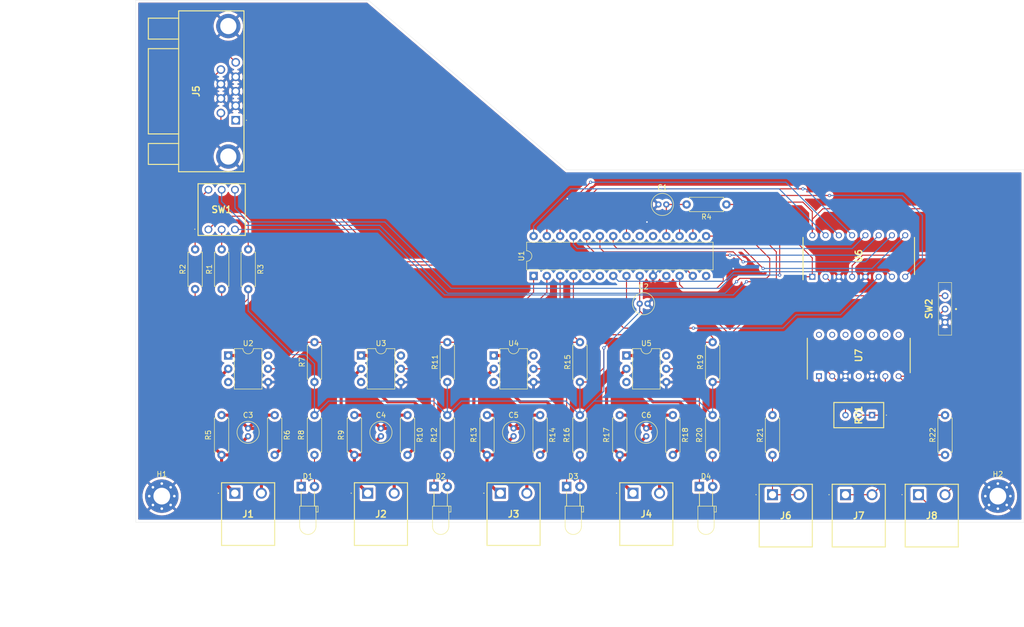
<source format=kicad_pcb>
(kicad_pcb (version 20221018) (generator pcbnew)
  (layers (0 "F.Cu" signal "Front") (31 "B.Cu" signal "Back") (34 "B.Paste" user) (35 "F.Paste" user) (36 "B.SilkS" user "B.Silkscreen") (37 "F.SilkS" user "F.Silkscreen") (38 "B.Mask" user) (39 "F.Mask" user) (44 "Edge.Cuts" user))
  (net 0 "")
  (net 1 "GNDREF")
  (net 2 "Net-(U1-~{RESET})")
  (net 3 "VCC")
  (net 4 "Net-(J1-Pin_2)")
  (net 5 "Net-(J2-Pin_2)")
  (net 6 "Net-(J3-Pin_2)")
  (net 7 "Net-(J4-Pin_2)")
  (net 8 "TOR_Input0")
  (net 9 "Net-(D1-A)")
  (net 10 "TOR_Input1")
  (net 11 "Net-(D2-A)")
  (net 12 "TOR_Input2")
  (net 13 "Net-(D3-A)")
  (net 14 "TOR_Input3")
  (net 15 "Net-(D4-A)")
  (net 16 "+12V")
  (net 17 "/SCK")
  (net 18 "/SDA")
  (net 19 "Net-(J6-Pin_1)")
  (net 20 "Net-(J7-Pin_1)")
  (net 21 "Net-(J8-Pin_2)")
  (net 22 "Net-(R1-Pad2)")
  (net 23 "Net-(R2-Pad2)")
  (net 24 "Net-(R3-Pad1)")
  (net 25 "Net-(R6-Pad2)")
  (net 26 "Net-(R10-Pad2)")
  (net 27 "Net-(U7A--)")
  (net 28 "Net-(R22-Pad1)")
  (net 29 "Net-(U7B--)")
  (net 30 "Net-(U1-A0)")
  (net 31 "Net-(U1-A1)")
  (net 32 "Net-(U1-A2)")
  (net 33 "Net-(SW2A-B)")
  (net 36 "Read_Ok")
  (net 37 "Read_CAN")
  (net 42 "CAN0")
  (net 43 "CAN1")
  (net 44 "CAN2")
  (net 45 "CAN3")
  (net 46 "CAN4")
  (net 47 "CAN5")
  (net 48 "CAN6")
  (net 49 "CAN7")
  (net 58 "/GNDREF_1")
  (net 59 "/GNDREF_2")
  (net 60 "/GNDREF_3")
  (net 61 "/GNDREF_4")
  (net 62 "Net-(R14-Pad2)")
  (net 63 "Net-(R18-Pad2)")
  (footprint "Lib_Perso:1735882" (layer "F.Cu") (at 185.42 123.19)
    (fp_text reference "J6")
    (fp_text value "Screw_Terminal_01x02" hide)
  )
  (footprint "Resistor_THT:R_Axial_DIN0207_L6.3mm_D2.5mm_P7.62mm_Horizontal" (layer "F.Cu") (at 148.57 107.95 -90)
    (fp_text reference "R16")
    (fp_text value "100")
  )
  (footprint "Resistor_THT:R_Axial_DIN0207_L6.3mm_D2.5mm_P7.62mm_Horizontal" (layer "F.Cu") (at 130.79 107.95 -90)
    (fp_text reference "R13")
    (fp_text value "R")
  )
  (footprint "Package_DIP:DIP-6_W7.62mm" (layer "F.Cu") (at 106.69 96.535)
    (fp_text reference "U3")
    (fp_text value "4N25")
  )
  (footprint "Resistor_THT:R_Axial_DIN0207_L6.3mm_D2.5mm_P7.62mm_Horizontal" (layer "F.Cu") (at 173.97 101.6 90)
    (fp_text reference "R19")
    (fp_text value "R")
  )
  (footprint "Resistor_THT:R_Axial_DIN0207_L6.3mm_D2.5mm_P7.62mm_Horizontal" (layer "F.Cu") (at 90.15 107.95 -90)
    (fp_text reference "R6")
    (fp_text value "R")
  )
  (footprint "Resistor_THT:R_Axial_DIN0207_L6.3mm_D2.5mm_P7.62mm_Horizontal" (layer "F.Cu") (at 123.19 107.95 -90)
    (fp_text reference "R12")
    (fp_text value "100")
  )
  (footprint "LED_THT:LED_D3.0mm_Horizontal_O3.81mm_Z2.0mm" (layer "F.Cu") (at 171.43 121.63)
    (fp_text reference "D4")
    (fp_text value "LED")
  )
  (footprint "Lib_Perso:1735882" (layer "F.Cu") (at 82.53 122.9)
    (fp_text reference "J1")
    (fp_text value "Screw_Terminal_01x02" hide)
  )
  (footprint "Package_DIP:DIP-28_W7.62mm" (layer "F.Cu") (at 139.7 81.28 90)
    (fp_text reference "U1")
    (fp_text value "MCP23017_SP")
  )
  (footprint "LED_THT:LED_D3.0mm_Horizontal_O3.81mm_Z2.0mm" (layer "F.Cu") (at 146.03 121.63)
    (fp_text reference "D3")
    (fp_text value "LED")
  )
  (footprint "Package_DIP:DIP-6_W7.62mm" (layer "F.Cu") (at 132.07 96.535)
    (fp_text reference "U4")
    (fp_text value "4N25")
  )
  (footprint "Resistor_THT:R_Axial_DIN0207_L6.3mm_D2.5mm_P7.62mm_Horizontal" (layer "F.Cu") (at 218.44 115.57 90)
    (fp_text reference "R22")
    (fp_text value "33K")
  )
  (footprint "Capacitor_THT:C_Radial_D4.0mm_H5.0mm_P1.50mm" (layer "F.Cu") (at 135.87 110.49 -90)
    (fp_text reference "C5")
    (fp_text value "C")
  )
  (footprint "Resistor_THT:R_Axial_DIN0207_L6.3mm_D2.5mm_P7.62mm_Horizontal" (layer "F.Cu") (at 97.77 101.6 90)
    (fp_text reference "R7")
    (fp_text value "R")
  )
  (footprint "Resistor_THT:R_Axial_DIN0207_L6.3mm_D2.5mm_P7.62mm_Horizontal" (layer "F.Cu") (at 176.6 67.6 180)
    (fp_text reference "R4")
    (fp_text value "10K")
  )
  (footprint "Resistor_THT:R_Axial_DIN0207_L6.3mm_D2.5mm_P7.62mm_Horizontal" (layer "F.Cu") (at 185.42 115.57 90)
    (fp_text reference "R21")
    (fp_text value "10K")
  )
  (footprint "MountingHole:MountingHole_3.2mm_M3_Pad_Via" (layer "F.Cu") (at 228.55 123.46)
    (fp_text reference "H2")
    (fp_text value "MountHole")
  )
  (footprint "Resistor_THT:R_Axial_DIN0207_L6.3mm_D2.5mm_P7.62mm_Horizontal" (layer "F.Cu") (at 97.77 107.95 -90)
    (fp_text reference "R8")
    (fp_text value "100")
  )
  (footprint "Resistor_THT:R_Axial_DIN0207_L6.3mm_D2.5mm_P7.62mm_Horizontal" (layer "F.Cu") (at 166.35 107.95 -90)
    (fp_text reference "R18")
    (fp_text value "R")
  )
  (footprint "Lib_Perso:DIP794W53P254L1930H508Q14N" (layer "F.Cu") (at 201.93 96.52 90)
    (fp_text reference "U7")
    (fp_text value "TL084" hide)
  )
  (footprint "Lib_Perso:1735882" (layer "F.Cu") (at 133.33 122.9)
    (fp_text reference "J3")
    (fp_text value "Screw_Terminal_01x02" hide)
  )
  (footprint "Lib_Perso:1735882" (layer "F.Cu") (at 199.39 123.19)
    (fp_text reference "J7")
    (fp_text value "Screw_Terminal_01x02" hide)
  )
  (footprint "Resistor_THT:R_Axial_DIN0207_L6.3mm_D2.5mm_P7.62mm_Horizontal" (layer "F.Cu") (at 80.01 83.82 90)
    (fp_text reference "R1")
    (fp_text value "10K")
  )
  (footprint "Resistor_THT:R_Axial_DIN0207_L6.3mm_D2.5mm_P7.62mm_Horizontal" (layer "F.Cu") (at 79.99 107.95 -90)
    (fp_text reference "R5")
    (fp_text value "R")
  )
  (footprint "Resistor_THT:R_Axial_DIN0207_L6.3mm_D2.5mm_P7.62mm_Horizontal" (layer "F.Cu") (at 173.97 107.95 -90)
    (fp_text reference "R20")
    (fp_text value "100")
  )
  (footprint "Lib_Perso:DS01C254S03BE" (layer "F.Cu") (at 77.47 72.39)
    (fp_text reference "SW1")
    (fp_text value "DS01C-254-S-03BE" hide)
  )
  (footprint "Package_DIP:DIP-6_W7.62mm" (layer "F.Cu") (at 81.27 96.535)
    (fp_text reference "U2")
    (fp_text value "4N25")
  )
  (footprint "Capacitor_THT:C_Radial_D4.0mm_H5.0mm_P1.50mm" (layer "F.Cu") (at 160 86.6)
    (fp_text reference "C2")
    (fp_text value "100nF")
  )
  (footprint "Resistor_THT:R_Axial_DIN0207_L6.3mm_D2.5mm_P7.62mm_Horizontal" (layer "F.Cu") (at 140.95 107.95 -90)
    (fp_text reference "R14")
    (fp_text value "R")
  )
  (footprint "Package_DIP:DIP-6_W7.62mm" (layer "F.Cu") (at 157.47 96.535)
    (fp_text reference "U5")
    (fp_text value "4N25")
  )
  (footprint "Capacitor_THT:C_Radial_D4.0mm_H5.0mm_P1.50mm" (layer "F.Cu") (at 110.49 110.49 -90)
    (fp_text reference "C4")
    (fp_text value "C")
  )
  (footprint "Lib_Perso:1735882" (layer "F.Cu") (at 158.73 122.9)
    (fp_text reference "J4")
    (fp_text value "Screw_Terminal_01x02" hide)
  )
  (footprint "Resistor_THT:R_Axial_DIN0207_L6.3mm_D2.5mm_P7.62mm_Horizontal" (layer "F.Cu") (at 123.19 101.6 90)
    (fp_text reference "R11")
    (fp_text value "R")
  )
  (footprint "LED_THT:LED_D3.0mm_Horizontal_O3.81mm_Z2.0mm" (layer "F.Cu") (at 120.65 121.63)
    (fp_text reference "D2")
    (fp_text value "LED")
  )
  (footprint "Lib_Perso:090329001" (layer "F.Cu") (at 218.44 87.63 180)
    (fp_text reference "SW2")
    (fp_text value "SW_DPDT_x2" hide)
  )
  (footprint "Lib_Perso:3296W1223LF" (layer "F.Cu") (at 204.47 107.95 90)
    (fp_text reference "RV1")
    (fp_text value "10K" hide)
  )
  (footprint "LED_THT:LED_D3.0mm_Horizontal_O3.81mm_Z2.0mm" (layer "F.Cu") (at 95.23 121.63)
    (fp_text reference "D1")
    (fp_text value "LED")
  )
  (footprint "Capacitor_THT:C_Radial_D4.0mm_H5.0mm_P1.50mm" (layer "F.Cu") (at 85.07 110.49 -90)
    (fp_text reference "C3")
    (fp_text value "C")
  )
  (footprint "Lib_Perso:1735882" (layer "F.Cu") (at 213.36 123.19)
    (fp_text reference "J8")
    (fp_text value "Screw_Terminal_01x02" hide)
  )
  (footprint "Lib_Perso:DIP794W56P254L2013H533Q16N" (layer "F.Cu") (at 201.93 77.47 90)
    (fp_text reference "U6")
    (fp_text value "AD7819" hide)
  )
  (footprint "MountingHole:MountingHole_3.2mm_M3_Pad_Via" (layer "F.Cu") (at 68.55 123.46)
    (fp_text reference "H1")
    (fp_text value "MountHole")
  )
  (footprint "Capacitor_THT:C_Radial_D4.0mm_H5.0mm_P1.50mm" (layer "F.Cu") (at 161.27 110.49 -90)
    (fp_text reference "C6")
    (fp_text value "C")
  )
  (footprint "Resistor_THT:R_Axial_DIN0207_L6.3mm_D2.5mm_P7.62mm_Horizontal" (layer "F.Cu") (at 148.57 101.6 90)
    (fp_text reference "R15")
    (fp_text value "R")
  )
  (footprint "Resistor_THT:R_Axial_DIN0207_L6.3mm_D2.5mm_P7.62mm_Horizontal" (layer "F.Cu") (at 115.57 107.95 -90)
    (fp_text reference "R10")
    (fp_text value "R")
  )
  (footprint "Resistor_THT:R_Axial_DIN0207_L6.3mm_D2.5mm_P7.62mm_Horizontal" (layer "F.Cu") (at 85.09 76.2 -90)
    (fp_text reference "R3")
    (fp_text value "10K")
  )
  (footprint "Capacitor_THT:C_Radial_D4.0mm_H5.0mm_P1.50mm" (layer "F.Cu") (at 163.6 67.6)
    (fp_text reference "C1")
    (fp_text value "100nF")
  )
  (footprint "Resistor_THT:R_Axial_DIN0207_L6.3mm_D2.5mm_P7.62mm_Horizontal" (layer "F.Cu") (at 105.41 107.95 -90)
    (fp_text reference "R9")
    (fp_text value "R")
  )
  (footprint "Resistor_THT:R_Axial_DIN0207_L6.3mm_D2.5mm_P7.62mm_Horizontal" (layer "F.Cu") (at 74.93 83.82 90)
    (fp_text reference "R2")
    (fp_text value "10K")
  )
  (footprint "Lib_Perso:NFD17E09SAFC1DA" (layer "F.Cu") (at 82.7 51.465 -90)
    (fp_text reference "J5")
    (fp_text value "Sub-D9" hide)
  )
  (footprint "Lib_Perso:1735882" (layer "F.Cu") (at 107.95 122.9)
    (fp_text reference "J2")
    (fp_text value "Screw_Terminal_01x02" hide)
  )
  (footprint "Resistor_THT:R_Axial_DIN0207_L6.3mm_D2.5mm_P7.62mm_Horizontal" (layer "F.Cu") (at 156.19 107.95 -90)
    (fp_text reference "R17")
    (fp_text value "R")
  )
  (gr_poly (pts (xy 63.55 128.46) (xy 63.55 28.46) (xy 108.05 28.46) (xy 146.05 60.96) (xy 233.55 60.96) (xy 233.55 128.46)) (stroke (width 0.0381)) (fill none) (layer "Edge.Cuts"))
  (segment (start 162.56 81.28) (end 162.56 85.54) (width 0.2) (layer "F.Cu") (net 1))
  (segment (start 162.56 85.54) (end 161.5 86.6) (width 0.2) (layer "F.Cu") (net 1))
  (via (at 146.155 66.515) (size 0.6) (drill 0.3) (layers "F.Cu" "B.Cu") (net 1))
  (via (at 161.395 70.96) (size 0.6) (drill 0.3) (layers "F.Cu" "B.Cu") (net 1))
  (via (at 177.905 79.85) (size 0.6) (drill 0.3) (layers "F.Cu" "B.Cu") (net 1))
  (segment (start 162.56 81.28) (end 164.57 79.27) (width 0.2) (layer "B.Cu") (net 1))
  (segment (start 164.57 78.58) (end 176.635 78.58) (width 0.2) (layer "B.Cu") (net 1))
  (segment (start 164.57 79.27) (end 164.57 78.58) (width 0.2) (layer "B.Cu") (net 1))
  (segment (start 176.635 78.58) (end 177.905 79.85) (width 0.2) (layer "B.Cu") (net 1))
  (segment (start 165.1 73.66) (end 165.1 67.6) (width 0.2) (layer "F.Cu") (net 2))
  (segment (start 168.98 67.6) (end 165.1 67.6) (width 0.2) (layer "F.Cu") (net 2))
  (segment (start 84.56 86.2) (end 85.09 85.67) (width 0.2) (layer "F.Cu") (net 3))
  (segment (start 80.54 86.2) (end 84.56 86.2) (width 0.2) (layer "F.Cu") (net 3))
  (segment (start 79.48 86.2) (end 80.01 85.67) (width 0.2) (layer "F.Cu") (net 3))
  (segment (start 217.91 68.42) (end 225.53 76.04) (width 0.2) (layer "F.Cu") (net 3))
  (segment (start 191.24 67.15) (end 183.25 67.15) (width 0.2) (layer "F.Cu") (net 3))
  (segment (start 74.93 85.46) (end 75.67 86.2) (width 0.2) (layer "F.Cu") (net 3))
  (segment (start 221.72 125.57) (end 215.74 125.57) (width 0.2) (layer "F.Cu") (net 3))
  (segment (start 177.27 92.55) (end 177.27 100.17) (width 0.2) (layer "F.Cu") (net 3))
  (segment (start 82.7 40.385) (end 81.525 39.21) (width 0.2) (layer "F.Cu") (net 3))
  (segment (start 85.09 85.67) (end 85.09 83.82) (width 0.2) (layer "F.Cu") (net 3))
  (segment (start 74.93 83.82) (end 74.93 85.46) (width 0.2) (layer "F.Cu") (net 3))
  (segment (start 160 87.98) (end 162.03 90.01) (width 0.2) (layer "F.Cu") (net 3))
  (segment (start 177.27 100.17) (end 175.84 101.6) (width 0.2) (layer "F.Cu") (net 3))
  (segment (start 193.04 73.502) (end 193.04 68.95) (width 0.2) (layer "F.Cu") (net 3))
  (segment (start 160 86.6) (end 160 81.3) (width 0.2) (layer "F.Cu") (net 3))
  (segment (start 183.25 67.15) (end 182.8 67.6) (width 0.2) (layer "F.Cu") (net 3))
  (segment (start 80.01 85.67) (end 80.54 86.2) (width 0.2) (layer "F.Cu") (net 3))
  (segment (start 162.03 90.01) (end 174.73 90.01) (width 0.2) (layer "F.Cu") (net 3))
  (segment (start 193.04 70.43) (end 195.05 68.42) (width 0.2) (layer "F.Cu") (net 3))
  (segment (start 80.01 85.67) (end 80.01 83.82) (width 0.2) (layer "F.Cu") (net 3))
  (segment (start 182.8 67.6) (end 193.04 77.84) (width 0.2) (layer "F.Cu") (net 3))
  (segment (start 174.73 90.01) (end 177.27 92.55) (width 0.2) (layer "F.Cu") (net 3))
  (segment (start 193.04 68.95) (end 191.24 67.15) (width 0.2) (layer "F.Cu") (net 3))
  (segment (start 177.27 92.55) (end 188.382 81.438) (width 0.2) (layer "F.Cu") (net 3))
  (segment (start 75.67 86.2) (end 79.48 86.2) (width 0.2) (layer "F.Cu") (net 3))
  (segment (start 71.86 84.93) (end 73.13 86.2) (width 0.2) (layer "F.Cu") (net 3))
  (segment (start 71.86 45.56) (end 71.86 84.93) (width 0.2) (layer "F.Cu") (net 3))
  (segment (start 215.74 125.57) (end 213.36 123.19) (width 0.2) (layer "F.Cu") (net 3))
  (segment (start 193.04 77.84) (end 193.04 81.438) (width 0.2) (layer "F.Cu") (net 3))
  (segment (start 175.84 101.6) (end 173.97 101.6) (width 0.2) (layer "F.Cu") (net 3))
  (segment (start 150.44 101.6) (end 153.14 98.9) (width 0.2) (layer "F.Cu") (net 3))
  (segment (start 225.53 119.22) (end 221.72 123.03) (width 0.2) (layer "F.Cu") (net 3))
  (segment (start 193.04 73.502) (end 193.04 70.43) (width 0.2) (layer "F.Cu") (net 3))
  (segment (start 81.525 39.21) (end 78.21 39.21) (width 0.2) (layer "F.Cu") (net 3))
  (segment (start 153.14 98.9) (end 153.14 95.09) (width 0.2) (layer "F.Cu") (net 3))
  (segment (start 160 81.3) (end 160.02 81.28) (width 0.2) (layer "F.Cu") (net 3))
  (segment (start 195.05 68.42) (end 217.91 68.42) (width 0.2) (layer "F.Cu") (net 3))
  (segment (start 221.72 123.03) (end 221.72 125.57) (width 0.2) (layer "F.Cu") (net 3))
  (segment (start 73.13 86.2) (end 75.67 86.2) (width 0.2) (layer "F.Cu") (net 3))
  (segment (start 78.21 39.21) (end 71.86 45.56) (width 0.2) (layer "F.Cu") (net 3))
  (segment (start 160 86.6) (end 160 87.98) (width 0.2) (layer "F.Cu") (net 3))
  (segment (start 176.6 67.6) (end 182.8 67.6) (width 0.2) (layer "F.Cu") (net 3))
  (segment (start 225.53 76.04) (end 225.53 119.22) (width 0.2) (layer "F.Cu") (net 3))
  (segment (start 188.382 81.438) (end 193.04 81.438) (width 0.2) (layer "F.Cu") (net 3))
  (segment (start 148.57 101.6) (end 150.44 101.6) (width 0.2) (layer "F.Cu") (net 3))
  (via (at 153.14 95.09) (size 0.6) (drill 0.3) (layers "F.Cu" "B.Cu") (net 3))
  (segment (start 160 88.23) (end 160 86.6) (width 0.2) (layer "B.Cu") (net 3))
  (segment (start 123.19 107.95) (end 123.19 101.6) (width 0.2) (layer "B.Cu") (net 3))
  (segment (start 95.99 96.36) (end 97.77 98.14) (width 0.2) (layer "B.Cu") (net 3))
  (segment (start 173.97 107.95) (end 173.97 101.6) (width 0.2) (layer "B.Cu") (net 3))
  (segment (start 85.09 83.82) (end 85.09 88) (width 0.2) (layer "B.Cu") (net 3))
  (segment (start 125.89 105.25) (end 145.87 105.25) (width 0.2) (layer "B.Cu") (net 3))
  (segment (start 97.77 98.14) (end 97.77 101.6) (width 0.2) (layer "B.Cu") (net 3))
  (segment (start 97.77 107.95) (end 97.77 101.6) (width 0.2) (layer "B.Cu") (net 3))
  (segment (start 100.47 105.25) (end 120.49 105.25) (width 0.2) (layer "B.Cu") (net 3))
  (segment (start 171.27 105.25) (end 173.97 107.95) (width 0.2) (layer "B.Cu") (net 3))
  (segment (start 145.87 105.25) (end 148.57 107.95) (width 0.2) (layer "B.Cu") (net 3))
  (segment (start 93.45 96.36) (end 95.99 96.36) (width 0.2) (layer "B.Cu") (net 3))
  (segment (start 153.14 103.38) (end 151.27 105.25) (width 0.2) (layer "B.Cu") (net 3))
  (segment (start 151.27 105.25) (end 171.27 105.25) (width 0.2) (layer "B.Cu") (net 3))
  (segment (start 153.14 95.09) (end 160 88.23) (width 0.2) (layer "B.Cu") (net 3))
  (segment (start 85.09 88) (end 93.45 96.36) (width 0.2) (layer "B.Cu") (net 3))
  (segment (start 148.57 107.95) (end 151.27 105.25) (width 0.2) (layer "B.Cu") (net 3))
  (segment (start 123.19 107.95) (end 125.89 105.25) (width 0.2) (layer "B.Cu") (net 3))
  (segment (start 153.14 95.09) (end 153.14 103.38) (width 0.2) (layer "B.Cu") (net 3))
  (segment (start 148.57 107.95) (end 148.57 101.6) (width 0.2) (layer "B.Cu") (net 3))
  (segment (start 120.49 105.25) (end 123.19 107.95) (width 0.2) (layer "B.Cu") (net 3))
  (segment (start 97.77 107.95) (end 100.47 105.25) (width 0.2) (layer "B.Cu") (net 3))
  (segment (start 79.99 107.95) (end 82.53 107.95) (width 0.6) (layer "F.Cu") (net 4))
  (segment (start 85.07 110.49) (end 87.61 107.95) (width 0.6) (layer "F.Cu") (net 4))
  (segment (start 85.07 110.49) (end 86.36 110.49) (width 0.6) (layer "F.Cu") (net 4))
  (segment (start 87.61 107.95) (end 90.15 107.95) (width 0.6) (layer "F.Cu") (net 4))
  (segment (start 86.36 110.49) (end 87.61 111.74) (width 0.6) (layer "F.Cu") (net 4))
  (segment (start 82.53 107.95) (end 85.07 110.49) (width 0.6) (layer "F.Cu") (net 4))
  (segment (start 87.61 111.74) (end 87.61 122.9) (width 0.6) (layer "F.Cu") (net 4))
  (segment (start 113.03 107.95) (end 115.57 107.95) (width 0.6) (layer "F.Cu") (net 5))
  (segment (start 113.03 111.76) (end 113.03 122.9) (width 0.6) (layer "F.Cu") (net 5))
  (segment (start 107.95 107.95) (end 105.41 107.95) (width 0.6) (layer "F.Cu") (net 5))
  (segment (start 110.49 110.49) (end 107.95 107.95) (width 0.6) (layer "F.Cu") (net 5))
  (segment (start 110.49 110.49) (end 111.76 110.49) (width 0.6) (layer "F.Cu") (net 5))
  (segment (start 111.76 110.49) (end 113.03 111.76) (width 0.6) (layer "F.Cu") (net 5))
  (segment (start 110.49 110.49) (end 113.03 107.95) (width 0.6) (layer "F.Cu") (net 5))
  (segment (start 137.16 110.49) (end 135.87 110.49) (width 0.6) (layer "F.Cu") (net 6))
  (segment (start 133.35 107.95) (end 130.79 107.95) (width 0.6) (layer "F.Cu") (net 6))
  (segment (start 133.35 107.97) (end 133.35 107.95) (width 0.6) (layer "F.Cu") (net 6))
  (segment (start 138.41 122.9) (end 138.41 111.74) (width 0.6) (layer "F.Cu") (net 6))
  (segment (start 138.41 107.95) (end 140.95 107.95) (width 0.6) (layer "F.Cu") (net 6))
  (segment (start 138.41 111.74) (end 137.16 110.49) (width 0.6) (layer "F.Cu") (net 6))
  (segment (start 135.87 110.49) (end 138.41 107.95) (width 0.6) (layer "F.Cu") (net 6))
  (segment (start 135.87 110.49) (end 133.35 107.97) (width 0.6) (layer "F.Cu") (net 6))
  (segment (start 162.56 110.49) (end 161.27 110.49) (width 0.6) (layer "F.Cu") (net 7))
  (segment (start 158.75 107.95) (end 156.19 107.95) (width 0.6) (layer "F.Cu") (net 7))
  (segment (start 161.27 110.49) (end 158.75 107.97) (width 0.6) (layer "F.Cu") (net 7))
  (segment (start 163.81 107.95) (end 166.35 107.95) (width 0.6) (layer "F.Cu") (net 7))
  (segment (start 161.27 110.49) (end 163.81 107.95) (width 0.6) (layer "F.Cu") (net 7))
  (segment (start 163.81 111.74) (end 162.56 110.49) (width 0.6) (layer "F.Cu") (net 7))
  (segment (start 158.75 107.97) (end 158.75 107.95) (width 0.6) (layer "F.Cu") (net 7))
  (segment (start 163.81 122.9) (end 163.81 111.74) (width 0.6) (layer "F.Cu") (net 7))
  (segment (start 88.89 99.075) (end 91.44 99.075) (width 0.2) (layer "F.Cu") (net 8))
  (segment (start 91.455 99.075) (end 95.23 102.85) (width 0.2) (layer "F.Cu") (net 8))
  (segment (start 136.63 87.47) (end 139.7 84.4) (width 0.2) (layer "F.Cu") (net 8))
  (segment (start 139.7 84.4) (end 139.7 81.28) (width 0.2) (layer "F.Cu") (net 8))
  (segment (start 97.77 93.98) (end 100.91 93.98) (width 0.2) (layer "F.Cu") (net 8))
  (segment (start 97.77 93.98) (end 96.535 93.98) (width 0.2) (layer "F.Cu") (net 8))
  (segment (start 91.44 99.075) (end 91.455 99.075) (width 0.2) (layer "F.Cu") (net 8))
  (segment (start 95.23 102.85) (end 95.23 121.63) (width 0.2) (layer "F.Cu") (net 8))
  (segment (start 107.42 87.47) (end 136.63 87.47) (width 0.2) (layer "F.Cu") (net 8))
  (segment (start 96.535 93.98) (end 91.44 99.075) (width 0.2) (layer "F.Cu") (net 8))
  (segment (start 100.91 93.98) (end 107.42 87.47) (width 0.2) (layer "F.Cu") (net 8))
  (segment (start 97.77 121.63) (end 97.77 115.57) (width 0.2) (layer "F.Cu") (net 9))
  (segment (start 126.31 93.98) (end 123.19 93.98) (width 0.2) (layer "F.Cu") (net 10))
  (segment (start 116.84 99.06) (end 116.825 99.075) (width 0.2) (layer "F.Cu") (net 10))
  (segment (start 137.9 88.74) (end 131.55 88.74) (width 0.2) (layer "F.Cu") (net 10))
  (segment (start 116.84 99.06) (end 121.92 93.98) (width 0.2) (layer "F.Cu") (net 10))
  (segment (start 142.24 81.28) (end 142.24 84.4) (width 0.2) (layer "F.Cu") (net 10))
  (segment (start 120.65 102.87) (end 116.84 99.06) (width 0.2) (layer "F.Cu") (net 10))
  (segment (start 120.65 121.63) (end 120.65 102.87) (width 0.2) (layer "F.Cu") (net 10))
  (segment (start 116.825 99.075) (end 114.31 99.075) (width 0.2) (layer "F.Cu") (net 10))
  (segment (start 121.92 93.98) (end 123.19 93.98) (width 0.2) (layer "F.Cu") (net 10))
  (segment (start 131.55 88.74) (end 126.31 93.98) (width 0.2) (layer "F.Cu") (net 10))
  (segment (start 142.24 84.4) (end 137.9 88.74) (width 0.2) (layer "F.Cu") (net 10))
  (segment (start 123.19 115.57) (end 123.19 121.63) (width 0.2) (layer "F.Cu") (net 11))
  (segment (start 144.78 90.19) (end 148.57 93.98) (width 0.2) (layer "F.Cu") (net 12))
  (segment (start 146.03 102.85) (end 146.03 121.63) (width 0.2) (layer "F.Cu") (net 12))
  (segment (start 148.57 93.98) (end 147.32 93.98) (width 0.2) (layer "F.Cu") (net 12))
  (segment (start 142.24 99.06) (end 142.225 99.075) (width 0.2) (layer "F.Cu") (net 12))
  (segment (start 142.24 99.06) (end 146.03 102.85) (width 0.2) (layer "F.Cu") (net 12))
  (segment (start 147.32 93.98) (end 142.24 99.06) (width 0.2) (layer "F.Cu") (net 12))
  (segment (start 142.225 99.075) (end 139.69 99.075) (width 0.2) (layer "F.Cu") (net 12))
  (segment (start 144.78 81.28) (end 144.78 90.19) (width 0.2) (layer "F.Cu") (net 12))
  (segment (start 148.57 115.57) (end 148.57 121.63) (width 0.2) (layer "F.Cu") (net 13))
  (segment (start 147.32 81.28) (end 147.32 86.73) (width 0.2) (layer "F.Cu") (net 14))
  (segment (start 173.97 93.06) (end 173.97 93.98) (width 0.2) (layer "F.Cu") (net 14))
  (segment (start 167.625 99.075) (end 172.72 93.98) (width 0.2) (layer "F.Cu") (net 14))
  (segment (start 172.72 93.98) (end 173.97 93.98) (width 0.2) (layer "F.Cu") (net 14))
  (segment (start 171.45 102.87) (end 171.43 102.89) (width 0.2) (layer "F.Cu") (net 14))
  (segment (start 171.43 102.89) (end 171.43 121.63) (width 0.2) (layer "F.Cu") (net 14))
  (segment (start 167.625 99.075) (end 167.655 99.075) (width 0.2) (layer "F.Cu") (net 14))
  (segment (start 147.32 86.73) (end 153.14 92.55) (width 0.2) (layer "F.Cu") (net 14))
  (segment (start 153.14 92.55) (end 173.46 92.55) (width 0.2) (layer "F.Cu") (net 14))
  (segment (start 167.655 99.075) (end 171.45 102.87) (width 0.2) (layer "F.Cu") (net 14))
  (segment (start 173.46 92.55) (end 173.97 93.06) (width 0.2) (layer "F.Cu") (net 14))
  (segment (start 165.09 99.075) (end 167.625 99.075) (width 0.2) (layer "F.Cu") (net 14))
  (segment (start 173.97 115.57) (end 173.97 121.63) (width 0.2) (layer "F.Cu") (net 15))
  (segment (start 174.73 83.66) (end 168.38 83.66) (width 0.2) (layer "F.Cu") (net 17))
  (segment (start 168.38 83.66) (end 167.64 82.92) (width 0.2) (layer "F.Cu") (net 17))
  (segment (start 167.64 82.92) (end 167.64 81.28) (width 0.2) (layer "F.Cu") (net 17))
  (segment (start 176 82.39) (end 174.73 83.66) (width 0.2) (layer "F.Cu") (net 17))
  (segment (start 79.86 52.29) (end 81.693 54.123) (width 0.2) (layer "F.Cu") (net 17))
  (segment (start 81.693 54.123) (end 86.773 54.123) (width 0.2) (layer "F.Cu") (net 17))
  (segment (start 176 79.85) (end 176 82.39) (width 0.2) (layer "F.Cu") (net 17))
  (segment (start 86.773 54.123) (end 111.23 78.58) (width 0.2) (layer "F.Cu") (net 17))
  (segment (start 111.23 78.58) (end 174.73 78.58) (width 0.2) (layer "F.Cu") (net 17))
  (segment (start 174.73 78.58) (end 176 79.85) (width 0.2) (layer "F.Cu") (net 17))
  (segment (start 79.86 50.08) (end 79.86 52.29) (width 0.2) (layer "F.Cu") (net 17))
  (segment (start 85.83 54.45) (end 110.595 79.215) (width 0.2) (layer "F.Cu") (net 18))
  (segment (start 76.94 44.69) (end 76.94 53.18) (width 0.2) (layer "F.Cu") (net 18))
  (segment (start 110.595 79.215) (end 168.115 79.215) (width 0.2) (layer "F.Cu") (net 18))
  (segment (start 168.115 79.215) (end 170.18 81.28) (width 0.2) (layer "F.Cu") (net 18))
  (segment (start 79.86 41.77) (end 76.94 44.69) (width 0.2) (layer "F.Cu") (net 18))
  (segment (start 76.94 53.18) (end 78.21 54.45) (width 0.2) (layer "F.Cu") (net 18))
  (segment (start 78.21 54.45) (end 85.83 54.45) (width 0.2) (layer "F.Cu") (net 18))
  (segment (start 185.42 123.19) (end 185.42 115.57) (width 0.2) (layer "F.Cu") (net 19))
  (segment (start 185.42 123.19) (end 190.5 123.19) (width 0.2) (layer "F.Cu") (net 19))
  (segment (start 204.47 123.19) (end 209.71 117.95) (width 0.2) (layer "F.Cu") (net 20))
  (segment (start 212.83 98.9) (end 211.24 100.49) (width 0.2) (layer "F.Cu") (net 20))
  (segment (start 218.44 87.63) (end 212.83 93.24) (width 0.2) (layer "F.Cu") (net 20))
  (segment (start 220.45 117.95) (end 221.72 116.68) (width 0.2) (layer "F.Cu") (net 20))
  (segment (start 221.72 116.68) (end 221.72 105.25) (width 0.2) (layer "F.Cu") (net 20))
  (segment (start 219.18 102.71) (end 211.77 102.71) (width 0.2) (layer "F.Cu") (net 20))
  (segment (start 209.71 117.95) (end 220.45 117.95) (width 0.2) (layer "F.Cu") (net 20))
  (segment (start 211.24 100.49) (end 209.55 100.49) (width 0.2) (layer "F.Cu") (net 20))
  (segment (start 199.39 123.19) (end 204.47 123.19) (width 0.2) (layer "F.Cu") (net 20))
  (segment (start 211.77 102.71) (end 209.55 100.49) (width 0.2) (layer "F.Cu") (net 20))
  (segment (start 221.72 105.25) (end 219.18 102.71) (width 0.2) (layer "F.Cu") (net 20))
  (segment (start 212.83 93.24) (end 212.83 98.9) (width 0.2) (layer "F.Cu") (net 20))
  (segment (start 217.91 77.31) (end 202.67 77.31) (width 0.2) (layer "F.Cu") (net 21))
  (segment (start 218.44 123.19) (end 222.99 118.64) (width 0.2) (layer "F.Cu") (net 21))
  (segment (start 222.99 118.64) (end 222.99 82.39) (width 0.2) (layer "F.Cu") (net 21))
  (segment (start 202.67 77.31) (end 200.66 79.32) (width 0.2) (layer "F.Cu") (net 21))
  (segment (start 222.99 82.39) (end 217.91 77.31) (width 0.2) (layer "F.Cu") (net 21))
  (segment (start 200.66 79.32) (end 200.66 81.438) (width 0.2) (layer "F.Cu") (net 21))
  (segment (start 80.01 76.2) (end 80.01 72.39) (width 0.2) (layer "F.Cu") (net 22))
  (segment (start 74.93 67.31) (end 74.93 76.2) (width 0.2) (layer "F.Cu") (net 23))
  (segment (start 77.47 64.77) (end 74.93 67.31) (width 0.2) (layer "F.Cu") (net 23))
  (segment (start 83.82 69.85) (end 85.09 71.12) (width 0.2) (layer "F.Cu") (net 24))
  (segment (start 85.09 71.12) (end 85.09 76.2) (width 0.2) (layer "F.Cu") (net 24))
  (segment (start 77.47 72.39) (end 80.01 69.85) (width 0.2) (layer "F.Cu") (net 24))
  (segment (start 80.01 69.85) (end 83.82 69.85) (width 0.2) (layer "F.Cu") (net 24))
  (segment (start 81.27 96.535) (end 82.565 96.535) (width 0.6) (layer "F.Cu") (net 25))
  (segment (start 92.71 106.68) (end 92.71 113.01) (width 0.6) (layer "F.Cu") (net 25))
  (segment (start 85.09 99.06) (end 85.09 104.14) (width 0.6) (layer "F.Cu") (net 25))
  (segment (start 82.565 96.535) (end 85.09 99.06) (width 0.6) (layer "F.Cu") (net 25))
  (segment (start 86.36 105.41) (end 91.44 105.41) (width 0.6) (layer "F.Cu") (net 25))
  (segment (start 92.71 113.01) (end 90.15 115.57) (width 0.6) (layer "F.Cu") (net 25))
  (segment (start 91.44 105.41) (end 92.71 106.68) (width 0.6) (layer "F.Cu") (net 25))
  (segment (start 85.09 104.14) (end 86.36 105.41) (width 0.6) (layer "F.Cu") (net 25))
  (segment (start 118.11 113.03) (end 115.57 115.57) (width 0.6) (layer "F.Cu") (net 26))
  (segment (start 110.49 104.14) (end 111.76 105.41) (width 0.6) (layer "F.Cu") (net 26))
  (segment (start 118.11 106.68) (end 118.11 113.03) (width 0.6) (layer "F.Cu") (net 26))
  (segment (start 110.49 99.06) (end 110.49 104.14) (width 0.6) (layer "F.Cu") (net 26))
  (segment (start 111.76 105.41) (end 116.84 105.41) (width 0.6) (layer "F.Cu") (net 26))
  (segment (start 106.705 96.52) (end 107.95 96.52) (width 0.6) (layer "F.Cu") (net 26))
  (segment (start 106.69 96.535) (end 106.705 96.52) (width 0.6) (layer "F.Cu") (net 26))
  (segment (start 107.95 96.52) (end 110.49 99.06) (width 0.6) (layer "F.Cu") (net 26))
  (segment (start 116.84 105.41) (end 118.11 106.68) (width 0.6) (layer "F.Cu") (net 26))
  (segment (start 185.42 104.72) (end 185.42 107.95) (width 0.2) (layer "F.Cu") (net 27))
  (segment (start 199.39 103.03) (end 199.39 107.95) (width 0.2) (layer "F.Cu") (net 27))
  (segment (start 196.85 100.49) (end 195.26 98.9) (width 0.2) (layer "F.Cu") (net 27))
  (segment (start 191.24 98.9) (end 185.42 104.72) (width 0.2) (layer "F.Cu") (net 27))
  (segment (start 196.85 100.49) (end 199.39 103.03) (width 0.2) (layer "F.Cu") (net 27))
  (segment (start 195.26 98.9) (end 191.24 98.9) (width 0.2) (layer "F.Cu") (net 27))
  (segment (start 196.32 111.6) (end 200.13 111.6) (width 0.2) (layer "F.Cu") (net 28))
  (segment (start 194.31 100.49) (end 194.31 109.59) (width 0.2) (layer "F.Cu") (net 28))
  (segment (start 201.93 107.95) (end 204.47 107.95) (width 0.2) (layer "F.Cu") (net 28))
  (segment (start 201.93 109.8) (end 201.93 107.95) (width 0.2) (layer "F.Cu") (net 28))
  (segment (start 214.26 115.57) (end 218.44 115.57) (width 0.2) (layer "F.Cu") (net 28))
  (segment (start 206.64 107.95) (end 214.26 115.57) (width 0.2) (layer "F.Cu") (net 28))
  (segment (start 194.31 109.59) (end 196.32 111.6) (width 0.2) (layer "F.Cu") (net 28))
  (segment (start 200.13 111.6) (end 201.93 109.8) (width 0.2) (layer "F.Cu") (net 28))
  (segment (start 204.47 107.95) (end 206.64 107.95) (width 0.2) (layer "F.Cu") (net 28))
  (segment (start 211.72 107.95) (end 207.01 103.24) (width 0.2) (layer "F.Cu") (net 29))
  (segment (start 218.44 107.95) (end 211.72 107.95) (width 0.2) (layer "F.Cu") (net 29))
  (segment (start 207.01 103.24) (end 207.01 100.49) (width 0.2) (layer "F.Cu") (net 29))
  (segment (start 180.605 73.66) (end 184.89 77.945) (width 0.2) (layer "F.Cu") (net 30))
  (segment (start 184.89 77.945) (end 184.89 81.12) (width 0.2) (layer "F.Cu") (net 30))
  (segment (start 184.89 81.12) (end 184.255 81.755) (width 0.2) (layer "F.Cu") (net 30))
  (segment (start 172.72 73.66) (end 180.605 73.66) (width 0.2) (layer "F.Cu") (net 30))
  (segment (start 179.175 81.755) (end 178.54 82.39) (width 0.2) (layer "F.Cu") (net 30))
  (segment (start 184.255 81.755) (end 179.175 81.755) (width 0.2) (layer "F.Cu") (net 30))
  (via (at 178.54 82.39) (size 0.6) (drill 0.3) (layers "F.Cu" "B.Cu") (net 30))
  (segment (start 110.287 71.595) (end 84.56 71.595) (width 0.2) (layer "B.Cu") (net 30))
  (segment (start 80.01 67.045) (end 80.01 64.77) (width 0.2) (layer "B.Cu") (net 30))
  (segment (start 123.295 84.603) (end 110.287 71.595) (width 0.2) (layer "B.Cu") (net 30))
  (segment (start 84.56 71.595) (end 80.01 67.045) (width 0.2) (layer "B.Cu") (net 30))
  (segment (start 178.54 82.39) (end 176.327 84.603) (width 0.2) (layer "B.Cu") (net 30))
  (segment (start 176.327 84.603) (end 123.295 84.603) (width 0.2) (layer "B.Cu") (net 30))
  (segment (start 186.16 76.675) (end 181.08 71.595) (width 0.2) (layer "F.Cu") (net 31))
  (segment (start 181.08 71.595) (end 170.92 71.595) (width 0.2) (layer "F.Cu") (net 31))
  (segment (start 186.16 81.755) (end 186.16 76.675) (width 0.2) (layer "F.Cu") (net 31))
  (segment (start 185.525 82.39) (end 186.16 81.755) (width 0.2) (layer "F.Cu") (net 31))
  (segment (start 180.445 82.39) (end 185.525 82.39) (width 0.2) (layer "F.Cu") (net 31))
  (segment (start 170.18 72.335) (end 170.18 73.66) (width 0.2) (layer "F.Cu") (net 31))
  (segment (start 170.92 71.595) (end 170.18 72.335) (width 0.2) (layer "F.Cu") (net 31))
  (via (at 180.445 82.39) (size 0.6) (drill 0.3) (layers "F.Cu" "B.Cu") (net 31))
  (segment (start 122.66 84.93) (end 177.905 84.93) (width 0.2) (layer "B.Cu") (net 31))
  (segment (start 110.12 72.39) (end 122.66 84.93) (width 0.2) (layer "B.Cu") (net 31))
  (segment (start 177.905 84.93) (end 180.445 82.39) (width 0.2) (layer "B.Cu") (net 31))
  (segment (start 82.55 72.39) (end 110.12 72.39) (width 0.2) (layer "B.Cu") (net 31))
  (segment (start 181.715 70.325) (end 169.65 70.325) (width 0.2) (layer "F.Cu") (net 32))
  (segment (start 169.65 70.325) (end 167.64 72.335) (width 0.2) (layer "F.Cu") (net 32))
  (segment (start 186.795 75.405) (end 181.715 70.325) (width 0.2) (layer "F.Cu") (net 32))
  (segment (start 186.795 81.12) (end 186.795 75.405) (width 0.2) (layer "F.Cu") (net 32))
  (segment (start 167.64 72.335) (end 167.64 73.66) (width 0.2) (layer "F.Cu") (net 32))
  (via (at 186.795 81.12) (size 0.6) (drill 0.3) (layers "F.Cu" "B.Cu") (net 32))
  (segment (start 82.55 68.315) (end 85.195 70.96) (width 0.2) (layer "B.Cu") (net 32))
  (segment (start 111.23 70.96) (end 123.93 83.66) (width 0.2) (layer "B.Cu") (net 32))
  (segment (start 82.55 64.77) (end 82.55 68.315) (width 0.2) (layer "B.Cu") (net 32))
  (segment (start 85.195 70.96) (end 111.23 70.96) (width 0.2) (layer "B.Cu") (net 32))
  (segment (start 177.905 81.12) (end 186.795 81.12) (width 0.2) (layer "B.Cu") (net 32))
  (segment (start 175.365 83.66) (end 177.905 81.12) (width 0.2) (layer "B.Cu") (net 32))
  (segment (start 123.93 83.66) (end 175.365 83.66) (width 0.2) (layer "B.Cu") (net 32))
  (segment (start 218.44 85.09) (end 199.232 85.09) (width 0.2) (layer "F.Cu") (net 33))
  (segment (start 199.232 85.09) (end 195.58 81.438) (width 0.2) (layer "F.Cu") (net 33))
  (segment (start 154.94 81.28) (end 155.967 82.307) (width 0.2) (layer "B.Cu") (net 36))
  (segment (start 178.015291 80.485) (end 207.327 80.485) (width 0.2) (layer "B.Cu") (net 36))
  (segment (start 207.327 80.485) (end 208.28 81.438) (width 0.2) (layer "B.Cu") (net 36))
  (segment (start 155.967 82.307) (end 176.193291 82.307) (width 0.2) (layer "B.Cu") (net 36))
  (segment (start 176.193291 82.307) (end 178.015291 80.485) (width 0.2) (layer "B.Cu") (net 36))
  (segment (start 155.68 90.01) (end 156.95 91.28) (width 0.2) (layer "F.Cu") (net 37))
  (segment (start 157.48 81.28) (end 157.48 85.67) (width 0.2) (layer "F.Cu") (net 37))
  (segment (start 155.68 87.47) (end 155.68 90.01) (width 0.2) (layer "F.Cu") (net 37))
  (segment (start 157.48 85.67) (end 155.68 87.47) (width 0.2) (layer "F.Cu") (net 37))
  (segment (start 156.95 91.28) (end 170.285 91.28) (width 0.2) (layer "F.Cu") (net 37))
  (via (at 170.285 91.28) (size 0.6) (drill 0.3) (layers "F.Cu" "B.Cu") (net 37))
  (segment (start 170.285 91.28) (end 187.43 91.28) (width 0.2) (layer "B.Cu") (net 37))
  (segment (start 198.438 88.74) (end 205.74 81.438) (width 0.2) (layer "B.Cu") (net 37))
  (segment (start 187.43 91.28) (end 189.97 88.74) (width 0.2) (layer "B.Cu") (net 37))
  (segment (start 189.97 88.74) (end 198.438 88.74) (width 0.2) (layer "B.Cu") (net 37))
  (segment (start 162.03 65.88) (end 157.48 70.43) (width 0.2) (layer "F.Cu") (net 42))
  (segment (start 196.32 65.88) (end 162.03 65.88) (width 0.2) (layer "F.Cu") (net 42))
  (segment (start 157.48 70.43) (end 157.48 73.66) (width 0.2) (layer "F.Cu") (net 42))
  (via (at 196.32 65.88) (size 0.6) (drill 0.3) (layers "F.Cu" "B.Cu") (net 42))
  (segment (start 210.82 81.438) (end 214.1 78.158) (width 0.2) (layer "B.Cu") (net 42))
  (segment (start 210.29 65.88) (end 196.32 65.88) (width 0.2) (layer "B.Cu") (net 42))
  (segment (start 214.1 69.69) (end 210.29 65.88) (width 0.2) (layer "B.Cu") (net 42))
  (segment (start 214.1 78.158) (end 214.1 69.69) (width 0.2) (layer "B.Cu") (net 42))
  (segment (start 154.94 75.3) (end 154.94 73.66) (width 0.2) (layer "F.Cu") (net 43))
  (segment (start 179.81 76.04) (end 155.68 76.04) (width 0.2) (layer "F.Cu") (net 43))
  (segment (start 155.68 76.04) (end 154.94 75.3) (width 0.2) (layer "F.Cu") (net 43))
  (segment (start 183.62 79.85) (end 179.81 76.04) (width 0.2) (layer "F.Cu") (net 43))
  (via (at 183.62 79.85) (size 0.6) (drill 0.3) (layers "F.Cu" "B.Cu") (net 43))
  (segment (start 210.82 73.502) (end 204.472 79.85) (width 0.2) (layer "B.Cu") (net 43))
  (segment (start 204.472 79.85) (end 183.62 79.85) (width 0.2) (layer "B.Cu") (net 43))
  (segment (start 177.905 76.675) (end 153.14 76.675) (width 0.2) (layer "F.Cu") (net 44))
  (segment (start 153.14 76.675) (end 152.4 75.935) (width 0.2) (layer "F.Cu") (net 44))
  (segment (start 152.4 75.935) (end 152.4 73.66) (width 0.2) (layer "F.Cu") (net 44))
  (segment (start 179.81 78.58) (end 177.905 76.675) (width 0.2) (layer "F.Cu") (net 44))
  (via (at 179.81 78.58) (size 0.6) (drill 0.3) (layers "F.Cu" "B.Cu") (net 44))
  (segment (start 203.202 78.58) (end 179.81 78.58) (width 0.2) (layer "B.Cu") (net 44))
  (segment (start 208.28 73.502) (end 203.202 78.58) (width 0.2) (layer "B.Cu") (net 44))
  (segment (start 177.27 77.31) (end 151.87 77.31) (width 0.2) (layer "F.Cu") (net 45))
  (segment (start 149.86 75.3) (end 149.86 73.66) (width 0.2) (layer "F.Cu") (net 45))
  (segment (start 151.87 77.31) (end 149.86 75.3) (width 0.2) (layer "F.Cu") (net 45))
  (via (at 177.27 77.31) (size 0.6) (drill 0.3) (layers "F.Cu" "B.Cu") (net 45))
  (segment (start 201.932 77.31) (end 177.27 77.31) (width 0.2) (layer "B.Cu") (net 45))
  (segment (start 205.74 73.502) (end 201.932 77.31) (width 0.2) (layer "B.Cu") (net 45))
  (segment (start 147.32 75.3) (end 147.32 73.66) (width 0.2) (layer "B.Cu") (net 46))
  (segment (start 203.2 73.502) (end 200.662 76.04) (width 0.2) (layer "B.Cu") (net 46))
  (segment (start 148.06 76.04) (end 147.32 75.3) (width 0.2) (layer "B.Cu") (net 46))
  (segment (start 200.662 76.04) (end 148.06 76.04) (width 0.2) (layer "B.Cu") (net 46))
  (segment (start 144.78 71.7) (end 144.78 73.66) (width 0.2) (layer "F.Cu") (net 47))
  (segment (start 191.24 64.61) (end 151.87 64.61) (width 0.2) (layer "F.Cu") (net 47))
  (segment (start 151.87 64.61) (end 144.78 71.7) (width 0.2) (layer "F.Cu") (net 47))
  (via (at 191.24 64.61) (size 0.6) (drill 0.3) (layers "F.Cu" "B.Cu") (net 47))
  (segment (start 191.768 64.61) (end 191.24 64.61) (width 0.2) (layer "B.Cu") (net 47))
  (segment (start 200.66 73.502) (end 191.768 64.61) (width 0.2) (layer "B.Cu") (net 47))
  (segment (start 142.24 71.7) (end 142.24 73.66) (width 0.2) (layer "F.Cu") (net 48))
  (segment (start 150.6 63.34) (end 142.24 71.7) (width 0.2) (layer "F.Cu") (net 48))
  (via (at 150.6 63.34) (size 0.6) (drill 0.3) (layers "F.Cu" "B.Cu") (net 48))
  (segment (start 187.958 63.34) (end 150.6 63.34) (width 0.2) (layer "B.Cu") (net 48))
  (segment (start 198.12 73.502) (end 187.958 63.34) (width 0.2) (layer "B.Cu") (net 48))
  (segment (start 195.58 73.502) (end 186.688 64.61) (width 0.2) (layer "B.Cu") (net 49))
  (segment (start 186.688 64.61) (end 146.79 64.61) (width 0.2) (layer "B.Cu") (net 49))
  (segment (start 139.7 71.7) (end 139.7 73.66) (width 0.2) (layer "B.Cu") (net 49))
  (segment (start 146.79 64.61) (end 139.7 71.7) (width 0.2) (layer "B.Cu") (net 49))
  (segment (start 79.99 115.57) (end 79.99 120.36) (width 0.6) (layer "F.Cu") (net 58))
  (segment (start 77.47 102.875) (end 77.47 113.05) (width 0.6) (layer "F.Cu") (net 58))
  (segment (start 77.47 113.05) (end 79.99 115.57) (width 0.6) (layer "F.Cu") (net 58))
  (segment (start 79.99 120.36) (end 82.53 122.9) (width 0.6) (layer "F.Cu") (net 58))
  (segment (start 81.27 99.075) (end 77.47 102.875) (width 0.6) (layer "F.Cu") (net 58))
  (segment (start 79.99 115.57) (end 81.49 115.57) (width 0.6) (layer "F.Cu") (net 58))
  (segment (start 81.49 115.57) (end 85.07 111.99) (width 0.6) (layer "F.Cu") (net 58))
  (segment (start 102.87 102.895) (end 102.87 113.03) (width 0.6) (layer "F.Cu") (net 59))
  (segment (start 106.69 99.075) (end 102.87 102.895) (width 0.6) (layer "F.Cu") (net 59))
  (segment (start 105.41 120.36) (end 107.95 122.9) (width 0.6) (layer "F.Cu") (net 59))
  (segment (start 105.41 115.57) (end 105.41 120.36) (width 0.6) (layer "F.Cu") (net 59))
  (segment (start 110.49 111.99) (end 106.91 115.57) (width 0.6) (layer "F.Cu") (net 59))
  (segment (start 102.87 113.03) (end 105.41 115.57) (width 0.6) (layer "F.Cu") (net 59))
  (segment (start 106.91 115.57) (end 105.41 115.57) (width 0.6) (layer "F.Cu") (net 59))
  (segment (start 130.79 115.57) (end 128.27 113.05) (width 0.6) (layer "F.Cu") (net 60))
  (segment (start 130.79 115.57) (end 132.29 115.57) (width 0.6) (layer "F.Cu") (net 60))
  (segment (start 133.33 122.9) (end 133.06 122.9) (width 0.6) (layer "F.Cu") (net 60))
  (segment (start 132.29 115.57) (end 135.87 111.99) (width 0.6) (layer "F.Cu") (net 60))
  (segment (start 128.27 102.87) (end 128.275 102.87) (width 0.6) (layer "F.Cu") (net 60))
  (segment (start 128.275 102.87) (end 132.07 99.075) (width 0.6) (layer "F.Cu") (net 60))
  (segment (start 128.27 113.05) (end 128.27 102.87) (width 0.6) (layer "F.Cu") (net 60))
  (segment (start 130.79 120.63) (end 130.79 115.57) (width 0.6) (layer "F.Cu") (net 60))
  (segment (start 133.06 122.9) (end 130.79 120.63) (width 0.6) (layer "F.Cu") (net 60))
  (segment (start 156.19 115.57) (end 157.69 115.57) (width 0.6) (layer "F.Cu") (net 61))
  (segment (start 157.69 115.57) (end 161.27 111.99) (width 0.6) (layer "F.Cu") (net 61))
  (segment (start 153.67 113.05) (end 156.19 115.57) (width 0.6) (layer "F.Cu") (net 61))
  (segment (start 156.19 120.36) (end 158.73 122.9) (width 0.6) (layer "F.Cu") (net 61))
  (segment (start 156.19 115.57) (end 156.19 120.36) (width 0.6) (layer "F.Cu") (net 61))
  (segment (start 153.67 102.87) (end 153.67 113.05) (width 0.6) (layer "F.Cu") (net 61))
  (segment (start 157.47 99.075) (end 153.675 102.87) (width 0.6) (layer "F.Cu") (net 61))
  (segment (start 153.675 102.87) (end 153.67 102.87) (width 0.6) (layer "F.Cu") (net 61))
  (segment (start 135.89 99.06) (end 135.89 104.14) (width 0.6) (layer "F.Cu") (net 62))
  (segment (start 142.24 105.41) (end 143.51 106.68) (width 0.6) (layer "F.Cu") (net 62))
  (segment (start 135.89 104.14) (end 137.16 105.41) (width 0.6) (layer "F.Cu") (net 62))
  (segment (start 132.07 96.535) (end 133.335 96.535) (width 0.6) (layer "F.Cu") (net 62))
  (segment (start 143.51 106.68) (end 143.51 113.03) (width 0.6) (layer "F.Cu") (net 62))
  (segment (start 143.51 113.03) (end 143.49 113.03) (width 0.6) (layer "F.Cu") (net 62))
  (segment (start 133.35 96.52) (end 135.89 99.06) (width 0.6) (layer "F.Cu") (net 62))
  (segment (start 133.335 96.535) (end 133.35 96.52) (width 0.6) (layer "F.Cu") (net 62))
  (segment (start 143.49 113.03) (end 140.95 115.57) (width 0.6) (layer "F.Cu") (net 62))
  (segment (start 137.16 105.41) (end 142.24 105.41) (width 0.6) (layer "F.Cu") (net 62))
  (segment (start 157.47 96.535) (end 158.735 96.535) (width 0.6) (layer "F.Cu") (net 63))
  (segment (start 168.89 113.03) (end 166.35 115.57) (width 0.6) (layer "F.Cu") (net 63))
  (segment (start 161.29 104.14) (end 162.56 105.41) (width 0.6) (layer "F.Cu") (net 63))
  (segment (start 162.56 105.41) (end 167.64 105.41) (width 0.6) (layer "F.Cu") (net 63))
  (segment (start 161.29 99.06) (end 161.29 104.14) (width 0.6) (layer "F.Cu") (net 63))
  (segment (start 167.64 105.41) (end 168.91 106.68) (width 0.6) (layer "F.Cu") (net 63))
  (segment (start 158.735 96.535) (end 158.75 96.52) (width 0.6) (layer "F.Cu") (net 63))
  (segment (start 168.91 113.03) (end 168.89 113.03) (width 0.6) (layer "F.Cu") (net 63))
  (segment (start 158.75 96.52) (end 161.29 99.06) (width 0.6) (layer "F.Cu") (net 63))
  (segment (start 168.91 106.68) (end 168.91 113.03) (width 0.6) (layer "F.Cu") (net 63))
  (zone (net 1) (net_name "GNDREF") (layers "F&B.Cu") (connect_pads (clearance 0.5)) (min_thickness 0.25) (fill yes (thermal_gap 0.5) (thermal_bridge_width 0.5))
    (polygon (pts (xy 63.6 128.4) (xy 63.6 28.5) (xy 108 28.5) (xy 146.1 61.1) (xy 233.4 61.1) (xy 233.5 61.2) (xy 233.5 128.4)))
  )
)
</source>
